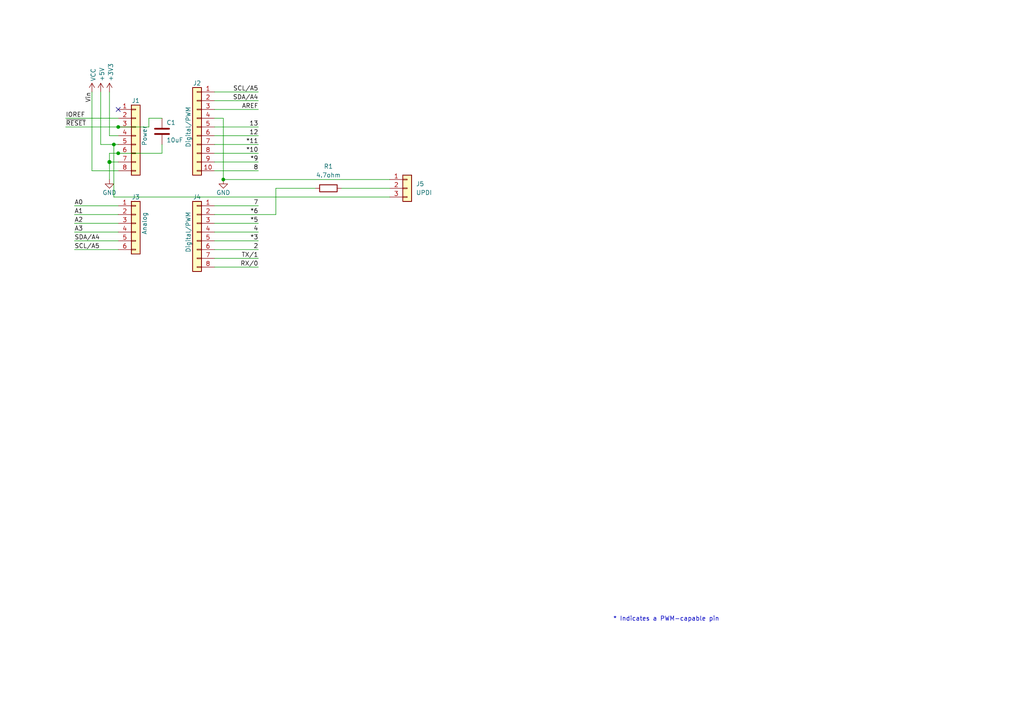
<source format=kicad_sch>
(kicad_sch (version 20211123) (generator eeschema)
  (paper "A4")
  (title_block (date "mar. 31 mars 2015"))
  (lib_symbols
    (symbol "Connector_Generic:Conn_01x03" (pin_names (offset 1.016) hide)
      (property "Reference" "J" (at 0 5.08 0))
      (property "Value" "Conn_01x03" (at 0 -5.08 0))
      (symbol "Conn_01x03_1_1"
        (rectangle (start -1.27 -2.413) (end 0 -2.667) (stroke (width 0.1524)))
        (rectangle (start -1.27 0.127) (end 0 -0.127) (stroke (width 0.1524)))
        (rectangle (start -1.27 2.667) (end 0 2.413) (stroke (width 0.1524)))
        (rectangle (start -1.27 3.81) (end 1.27 -3.81) (stroke (width 0.254)) (fill (type background)))
        (pin passive line (at -5.08 2.54 0) (length 3.81) (name "Pin_1") (number "1"))
        (pin passive line (at -5.08 0 0) (length 3.81) (name "Pin_2") (number "2"))
        (pin passive line (at -5.08 -2.54 0) (length 3.81) (name "Pin_3") (number "3"))
      )
    )
    (symbol "Connector_Generic:Conn_01x06" (pin_names (offset 1.016) hide)
      (property "Reference" "J" (at 0 7.62 0))
      (property "Value" "Conn_01x06" (at 0 -10.16 0))
      (symbol "Conn_01x06_1_1"
        (rectangle (start -1.27 -7.493) (end 0 -7.747) (stroke (width 0.1524)))
        (rectangle (start -1.27 -4.953) (end 0 -5.207) (stroke (width 0.1524)))
        (rectangle (start -1.27 -2.413) (end 0 -2.667) (stroke (width 0.1524)))
        (rectangle (start -1.27 0.127) (end 0 -0.127) (stroke (width 0.1524)))
        (rectangle (start -1.27 2.667) (end 0 2.413) (stroke (width 0.1524)))
        (rectangle (start -1.27 5.207) (end 0 4.953) (stroke (width 0.1524)))
        (rectangle (start -1.27 6.35) (end 1.27 -8.89) (stroke (width 0.254)) (fill (type background)))
        (pin passive line (at -5.08 5.08 0) (length 3.81) (name "Pin_1") (number "1"))
        (pin passive line (at -5.08 2.54 0) (length 3.81) (name "Pin_2") (number "2"))
        (pin passive line (at -5.08 0 0) (length 3.81) (name "Pin_3") (number "3"))
        (pin passive line (at -5.08 -2.54 0) (length 3.81) (name "Pin_4") (number "4"))
        (pin passive line (at -5.08 -5.08 0) (length 3.81) (name "Pin_5") (number "5"))
        (pin passive line (at -5.08 -7.62 0) (length 3.81) (name "Pin_6") (number "6"))
      )
    )
    (symbol "Connector_Generic:Conn_01x08" (pin_names (offset 1.016) hide)
      (property "Reference" "J" (at 0 10.16 0))
      (property "Value" "Conn_01x08" (at 0 -12.7 0))
      (symbol "Conn_01x08_1_1"
        (rectangle (start -1.27 -10.033) (end 0 -10.287) (stroke (width 0.1524)))
        (rectangle (start -1.27 -7.493) (end 0 -7.747) (stroke (width 0.1524)))
        (rectangle (start -1.27 -4.953) (end 0 -5.207) (stroke (width 0.1524)))
        (rectangle (start -1.27 -2.413) (end 0 -2.667) (stroke (width 0.1524)))
        (rectangle (start -1.27 0.127) (end 0 -0.127) (stroke (width 0.1524)))
        (rectangle (start -1.27 2.667) (end 0 2.413) (stroke (width 0.1524)))
        (rectangle (start -1.27 5.207) (end 0 4.953) (stroke (width 0.1524)))
        (rectangle (start -1.27 7.747) (end 0 7.493) (stroke (width 0.1524)))
        (rectangle (start -1.27 8.89) (end 1.27 -11.43) (stroke (width 0.254)) (fill (type background)))
        (pin passive line (at -5.08 7.62 0) (length 3.81) (name "Pin_1") (number "1"))
        (pin passive line (at -5.08 5.08 0) (length 3.81) (name "Pin_2") (number "2"))
        (pin passive line (at -5.08 2.54 0) (length 3.81) (name "Pin_3") (number "3"))
        (pin passive line (at -5.08 0 0) (length 3.81) (name "Pin_4") (number "4"))
        (pin passive line (at -5.08 -2.54 0) (length 3.81) (name "Pin_5") (number "5"))
        (pin passive line (at -5.08 -5.08 0) (length 3.81) (name "Pin_6") (number "6"))
        (pin passive line (at -5.08 -7.62 0) (length 3.81) (name "Pin_7") (number "7"))
        (pin passive line (at -5.08 -10.16 0) (length 3.81) (name "Pin_8") (number "8"))
      )
    )
    (symbol "Connector_Generic:Conn_01x10" (pin_names (offset 1.016) hide)
      (property "Reference" "J" (at 0 12.7 0))
      (property "Value" "Conn_01x10" (at 0 -15.24 0))
      (symbol "Conn_01x10_1_1"
        (rectangle (start -1.27 -12.573) (end 0 -12.827) (stroke (width 0.1524)))
        (rectangle (start -1.27 -10.033) (end 0 -10.287) (stroke (width 0.1524)))
        (rectangle (start -1.27 -7.493) (end 0 -7.747) (stroke (width 0.1524)))
        (rectangle (start -1.27 -4.953) (end 0 -5.207) (stroke (width 0.1524)))
        (rectangle (start -1.27 -2.413) (end 0 -2.667) (stroke (width 0.1524)))
        (rectangle (start -1.27 0.127) (end 0 -0.127) (stroke (width 0.1524)))
        (rectangle (start -1.27 2.667) (end 0 2.413) (stroke (width 0.1524)))
        (rectangle (start -1.27 5.207) (end 0 4.953) (stroke (width 0.1524)))
        (rectangle (start -1.27 7.747) (end 0 7.493) (stroke (width 0.1524)))
        (rectangle (start -1.27 10.287) (end 0 10.033) (stroke (width 0.1524)))
        (rectangle (start -1.27 11.43) (end 1.27 -13.97) (stroke (width 0.254)) (fill (type background)))
        (pin passive line (at -5.08 10.16 0) (length 3.81) (name "Pin_1") (number "1"))
        (pin passive line (at -5.08 -12.7 0) (length 3.81) (name "Pin_10") (number "10"))
        (pin passive line (at -5.08 7.62 0) (length 3.81) (name "Pin_2") (number "2"))
        (pin passive line (at -5.08 5.08 0) (length 3.81) (name "Pin_3") (number "3"))
        (pin passive line (at -5.08 2.54 0) (length 3.81) (name "Pin_4") (number "4"))
        (pin passive line (at -5.08 0 0) (length 3.81) (name "Pin_5") (number "5"))
        (pin passive line (at -5.08 -2.54 0) (length 3.81) (name "Pin_6") (number "6"))
        (pin passive line (at -5.08 -5.08 0) (length 3.81) (name "Pin_7") (number "7"))
        (pin passive line (at -5.08 -7.62 0) (length 3.81) (name "Pin_8") (number "8"))
        (pin passive line (at -5.08 -10.16 0) (length 3.81) (name "Pin_9") (number "9"))
      )
    )
    (symbol "Device:C" (pin_numbers hide) (pin_names (offset 0.254))
      (property "Reference" "C" (at 0.635 2.54 0))
      (property "Value" "C" (at 0.635 -2.54 0))
      (symbol "C_0_1"
        (polyline (pts (xy -2.032 -0.762) (xy 2.032 -0.762)) (stroke (width 0.508)))
        (polyline (pts (xy -2.032 0.762) (xy 2.032 0.762)) (stroke (width 0.508)))
      )
      (symbol "C_1_1"
        (pin passive line (at 0 3.81 270) (length 2.794) (name "~") (number "1"))
        (pin passive line (at 0 -3.81 90) (length 2.794) (name "~") (number "2"))
      )
    )
    (symbol "Device:R" (pin_numbers hide) (pin_names (offset 0))
      (property "Reference" "R" (at 2.032 0 90))
      (property "Value" "R" (at 0 0 90))
      (symbol "R_0_1"
        (rectangle (start -1.016 -2.54) (end 1.016 2.54) (stroke (width 0.254)))
      )
      (symbol "R_1_1"
        (pin passive line (at 0 3.81 270) (length 1.27) (name "~") (number "1"))
        (pin passive line (at 0 -3.81 90) (length 1.27) (name "~") (number "2"))
      )
    )
    (symbol "power:+3V3" (power) (pin_names (offset 0))
      (property "Value" "+3V3" (at 0 3.556 0))
      (symbol "+3V3_0_1"
        (polyline (pts (xy -0.762 1.27) (xy 0 2.54)))
        (polyline (pts (xy 0 0) (xy 0 2.54)))
        (polyline (pts (xy 0 2.54) (xy 0.762 1.27)))
      )
      (symbol "+3V3_1_1"
        (pin power_in line (at 0 0 90) (length 0) hide (name "+3V3") (number "1"))
      )
    )
    (symbol "power:+5V" (power) (pin_names (offset 0))
      (property "Value" "+5V" (at 0 3.556 0))
      (symbol "+5V_0_1"
        (polyline (pts (xy -0.762 1.27) (xy 0 2.54)))
        (polyline (pts (xy 0 0) (xy 0 2.54)))
        (polyline (pts (xy 0 2.54) (xy 0.762 1.27)))
      )
      (symbol "+5V_1_1"
        (pin power_in line (at 0 0 90) (length 0) hide (name "+5V") (number "1"))
      )
    )
    (symbol "power:GND" (power) (pin_names (offset 0))
      (property "Value" "GND" (at 0 -3.81 0))
      (symbol "GND_0_1"
        (polyline (pts (xy 0 0) (xy 0 -1.27) (xy 1.27 -1.27) (xy 0 -2.54) (xy -1.27 -1.27) (xy 0 -1.27)))
      )
      (symbol "GND_1_1"
        (pin power_in line (at 0 0 270) (length 0) hide (name "GND") (number "1"))
      )
    )
    (symbol "power:VCC" (power) (pin_names (offset 0))
      (property "Value" "VCC" (at 0 3.81 0))
      (symbol "VCC_0_1"
        (polyline (pts (xy -0.762 1.27) (xy 0 2.54)))
        (polyline (pts (xy 0 0) (xy 0 2.54)))
        (polyline (pts (xy 0 2.54) (xy 0.762 1.27)))
      )
      (symbol "VCC_1_1"
        (pin power_in line (at 0 0 90) (length 0) hide (name "VCC") (number "1"))
      )
    )
  )
  (junction (at 31.75 46.99) (diameter 1.016))
  (junction (at 34.29 44.45))
  (junction (at 34.29 36.83))
  (junction (at 64.77 52.07))
  (junction (at 33.02 41.91))
  (no_connect (at 34.29 31.75))
  (wire (pts (xy 62.23 77.47) (xy 74.93 77.47)))
  (wire (pts (xy 113.03 54.61) (xy 99.06 54.61)))
  (wire (pts (xy 43.18 36.83) (xy 43.18 34.29)))
  (wire (pts (xy 62.23 44.45) (xy 74.93 44.45)))
  (wire (pts (xy 62.23 26.67) (xy 74.93 26.67)))
  (wire (pts (xy 31.75 44.45) (xy 31.75 46.99)))
  (wire (pts (xy 21.59 72.39) (xy 34.29 72.39)))
  (wire (pts (xy 34.29 36.83) (xy 43.18 36.83)))
  (wire (pts (xy 31.75 46.99) (xy 31.75 52.07)))
  (wire (pts (xy 31.75 39.37) (xy 34.29 39.37)))
  (wire (pts (xy 29.21 41.91) (xy 33.02 41.91)))
  (wire (pts (xy 29.21 26.67) (xy 29.21 41.91)))
  (wire (pts (xy 64.77 52.07) (xy 113.03 52.07)))
  (wire (pts (xy 62.23 36.83) (xy 74.93 36.83)))
  (wire (pts (xy 31.75 26.67) (xy 31.75 39.37)))
  (wire (pts (xy 62.23 59.69) (xy 74.93 59.69)))
  (wire (pts (xy 34.29 59.69) (xy 21.59 59.69)))
  (wire (pts (xy 33.02 57.15) (xy 113.03 57.15)))
  (wire (pts (xy 62.23 39.37) (xy 74.93 39.37)))
  (wire (pts (xy 62.23 62.23) (xy 80.01 62.23)))
  (wire (pts (xy 43.18 34.29) (xy 46.99 34.29)))
  (wire (pts (xy 62.23 46.99) (xy 74.93 46.99)))
  (wire (pts (xy 33.02 41.91) (xy 33.02 57.15)))
  (wire (pts (xy 62.23 67.31) (xy 74.93 67.31)))
  (wire (pts (xy 19.05 34.29) (xy 34.29 34.29)))
  (wire (pts (xy 34.29 44.45) (xy 46.99 44.45)))
  (wire (pts (xy 64.77 34.29) (xy 64.77 52.07)))
  (wire (pts (xy 62.23 31.75) (xy 74.93 31.75)))
  (wire (pts (xy 34.29 64.77) (xy 21.59 64.77)))
  (wire (pts (xy 19.05 36.83) (xy 34.29 36.83)))
  (wire (pts (xy 34.29 46.99) (xy 31.75 46.99)))
  (wire (pts (xy 46.99 41.91) (xy 46.99 44.45)))
  (wire (pts (xy 34.29 49.53) (xy 26.67 49.53)))
  (wire (pts (xy 33.02 41.91) (xy 34.29 41.91)))
  (wire (pts (xy 21.59 62.23) (xy 34.29 62.23)))
  (wire (pts (xy 62.23 34.29) (xy 64.77 34.29)))
  (wire (pts (xy 31.75 44.45) (xy 34.29 44.45)))
  (wire (pts (xy 62.23 41.91) (xy 74.93 41.91)))
  (wire (pts (xy 91.44 54.61) (xy 80.01 54.61)))
  (wire (pts (xy 80.01 54.61) (xy 80.01 62.23)))
  (wire (pts (xy 62.23 64.77) (xy 74.93 64.77)))
  (wire (pts (xy 21.59 67.31) (xy 34.29 67.31)))
  (wire (pts (xy 62.23 29.21) (xy 74.93 29.21)))
  (wire (pts (xy 62.23 72.39) (xy 74.93 72.39)))
  (wire (pts (xy 62.23 69.85) (xy 74.93 69.85)))
  (wire (pts (xy 62.23 74.93) (xy 74.93 74.93)))
  (wire (pts (xy 26.67 49.53) (xy 26.67 26.67)))
  (wire (pts (xy 34.29 69.85) (xy 21.59 69.85)))
  (wire (pts (xy 62.23 49.53) (xy 74.93 49.53)))
  (text "* Indicates a PWM-capable pin" (at 177.8 180.34 0) (effects (font (size 1.27 1.27)) (justify left bottom)))
  (label "RX{slash}0" (at 74.93 77.47 180))
  (label "A2" (at 21.59 64.77 0))
  (label "4" (at 74.93 67.31 180))
  (label "2" (at 74.93 72.39 180))
  (label "A3" (at 21.59 67.31 0))
  (label "13" (at 74.93 36.83 180))
  (label "12" (at 74.93 39.37 180))
  (label "~{RESET}" (at 19.05 36.83 0))
  (label "*10" (at 74.93 44.45 180))
  (label "7" (at 74.93 59.69 180))
  (label "SDA{slash}A4" (at 74.93 29.21 180))
  (label "8" (at 74.93 49.53 180))
  (label "*11" (at 74.93 41.91 180))
  (label "*3" (at 74.93 69.85 180))
  (label "A1" (at 21.59 62.23 0))
  (label "TX{slash}1" (at 74.93 74.93 180))
  (label "A0" (at 21.59 59.69 0))
  (label "AREF" (at 74.93 31.75 180))
  (label "Vin" (at 26.67 26.67 270))
  (label "*6" (at 74.93 62.23 180))
  (label "SCL{slash}A5" (at 74.93 26.67 180))
  (label "*9" (at 74.93 46.99 180))
  (label "*5" (at 74.93 64.77 180))
  (label "IOREF" (at 19.05 34.29 0))
  (label "SDA{slash}A4" (at 21.59 69.85 0))
  (label "SCL{slash}A5" (at 21.59 72.39 0))
  (symbol (lib_id "Connector_Generic:Conn_01x08") (at 39.37 39.37 0) (unit 1)
    (property "Reference" "J1" (at 39.37 29.21 0))
    (property "Value" "Power" (at 41.91 39.37 90))
    (property "Footprint" "Connector_PinSocket_2.54mm:PinSocket_1x08_P2.54mm_Vertical" (effects hide))
  )
  (symbol (lib_id "power:+3V3") (at 31.75 26.67 0) (unit 1)
    (property "Reference" "#PWR03" (effects hide))
    (property "Value" "+3.3V" (at 32.131 23.622 90) (effects (justify left)))
  )
  (symbol (lib_id "power:+5V") (at 29.21 26.67 0) (unit 1)
    (property "Reference" "#PWR02" (effects hide))
    (property "Value" "+5V" (at 29.5656 23.622 90) (effects (justify left)))
  )
  (symbol (lib_id "power:GND") (at 31.75 52.07 0) (unit 1)
    (property "Reference" "#PWR04" (effects hide))
    (property "Value" "GND" (at 31.75 55.88 0))
  )
  (symbol (lib_id "Connector_Generic:Conn_01x10") (at 57.15 36.83 0) (mirror y) (unit 1)
    (property "Reference" "J2" (at 57.15 24.13 0))
    (property "Value" "Digital/PWM" (at 54.61 36.83 90))
    (property "Footprint" "Connector_PinSocket_2.54mm:PinSocket_1x10_P2.54mm_Vertical" (effects hide))
  )
  (symbol (lib_id "power:GND") (at 64.77 52.07 0) (unit 1)
    (property "Reference" "#PWR05" (effects hide))
    (property "Value" "GND" (at 64.77 55.88 0))
  )
  (symbol (lib_id "Connector_Generic:Conn_01x06") (at 39.37 64.77 0) (unit 1)
    (property "Reference" "J3" (at 39.37 57.15 0))
    (property "Value" "Analog" (at 41.91 64.77 90))
    (property "Footprint" "Connector_PinSocket_2.54mm:PinSocket_1x06_P2.54mm_Vertical" (effects hide))
  )
  (symbol (lib_id "Connector_Generic:Conn_01x08") (at 57.15 67.31 0) (mirror y) (unit 1)
    (property "Reference" "J4" (at 57.15 57.15 0))
    (property "Value" "Digital/PWM" (at 54.61 67.31 90))
    (property "Footprint" "Connector_PinSocket_2.54mm:PinSocket_1x08_P2.54mm_Vertical" (effects hide))
  )
  (symbol (lib_id "Device:C") (at 46.99 38.1 0) (unit 1)
    (property "Reference" "C1" (at 48.26 35.56 0) (effects (justify left)))
    (property "Value" "10uF" (at 48.26 40.64 0) (effects (justify left)))
    (property "Footprint" "Capacitor_SMD:C_0805_2012Metric_Pad1.18x1.45mm_HandSolder" (effects hide))
  )
  (symbol (lib_id "Device:R") (at 95.25 54.61 270) (unit 1)
    (property "Reference" "R1" (at 95.25 48.26 90))
    (property "Value" "4.7ohm" (at 95.25 50.8 90))
    (property "Footprint" "Resistor_SMD:R_0805_2012Metric_Pad1.20x1.40mm_HandSolder" (effects hide))
  )
  (symbol (lib_id "power:VCC") (at 26.67 26.67 0) (unit 1)
    (property "Reference" "#PWR01" (effects hide))
    (property "Value" "VCC" (at 27.051 23.622 90) (effects (justify left)))
  )
  (symbol (lib_id "Connector_Generic:Conn_01x03") (at 118.11 54.61 0) (unit 1)
    (property "Reference" "J5" (at 120.65 53.3399 0) (effects (justify left)))
    (property "Value" "UPDI" (at 120.65 55.8799 0) (effects (justify left)))
    (property "Footprint" "Connector_PinHeader_2.54mm:PinHeader_1x03_P2.54mm_Vertical" (effects hide))
  )
)
</source>
